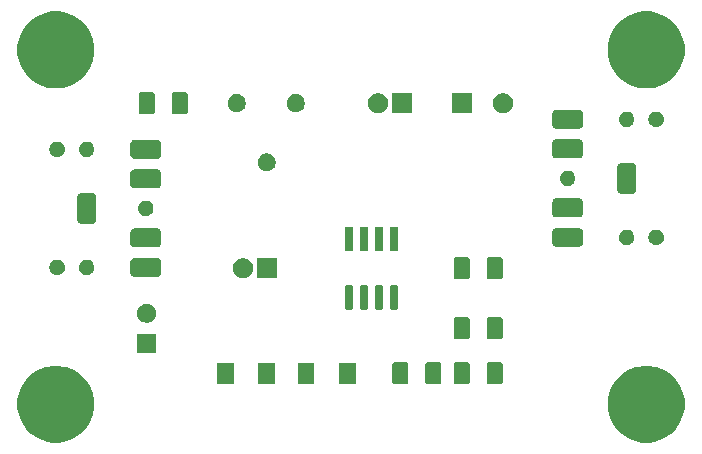
<source format=gbr>
G04 #@! TF.GenerationSoftware,KiCad,Pcbnew,(5.1.5-0-10_14)*
G04 #@! TF.CreationDate,2020-02-11T13:30:23+00:00*
G04 #@! TF.ProjectId,K1889054_A2000_01,4b313838-3930-4353-945f-41323030305f,1.0*
G04 #@! TF.SameCoordinates,Original*
G04 #@! TF.FileFunction,Soldermask,Top*
G04 #@! TF.FilePolarity,Negative*
%FSLAX46Y46*%
G04 Gerber Fmt 4.6, Leading zero omitted, Abs format (unit mm)*
G04 Created by KiCad (PCBNEW (5.1.5-0-10_14)) date 2020-02-11 13:30:23*
%MOMM*%
%LPD*%
G04 APERTURE LIST*
%ADD10C,0.100000*%
G04 APERTURE END LIST*
D10*
G36*
X155634239Y-111811467D02*
G01*
X155948282Y-111873934D01*
X156539926Y-112119001D01*
X157072392Y-112474784D01*
X157525216Y-112927608D01*
X157880999Y-113460074D01*
X158126066Y-114051718D01*
X158251000Y-114679804D01*
X158251000Y-115320196D01*
X158126066Y-115948282D01*
X157880999Y-116539926D01*
X157525216Y-117072392D01*
X157072392Y-117525216D01*
X156539926Y-117880999D01*
X155948282Y-118126066D01*
X155634239Y-118188533D01*
X155320197Y-118251000D01*
X154679803Y-118251000D01*
X154365761Y-118188533D01*
X154051718Y-118126066D01*
X153460074Y-117880999D01*
X152927608Y-117525216D01*
X152474784Y-117072392D01*
X152119001Y-116539926D01*
X151873934Y-115948282D01*
X151749000Y-115320196D01*
X151749000Y-114679804D01*
X151873934Y-114051718D01*
X152119001Y-113460074D01*
X152474784Y-112927608D01*
X152927608Y-112474784D01*
X153460074Y-112119001D01*
X154051718Y-111873934D01*
X154365761Y-111811467D01*
X154679803Y-111749000D01*
X155320197Y-111749000D01*
X155634239Y-111811467D01*
G37*
G36*
X105634239Y-111811467D02*
G01*
X105948282Y-111873934D01*
X106539926Y-112119001D01*
X107072392Y-112474784D01*
X107525216Y-112927608D01*
X107880999Y-113460074D01*
X108126066Y-114051718D01*
X108251000Y-114679804D01*
X108251000Y-115320196D01*
X108126066Y-115948282D01*
X107880999Y-116539926D01*
X107525216Y-117072392D01*
X107072392Y-117525216D01*
X106539926Y-117880999D01*
X105948282Y-118126066D01*
X105634239Y-118188533D01*
X105320197Y-118251000D01*
X104679803Y-118251000D01*
X104365761Y-118188533D01*
X104051718Y-118126066D01*
X103460074Y-117880999D01*
X102927608Y-117525216D01*
X102474784Y-117072392D01*
X102119001Y-116539926D01*
X101873934Y-115948282D01*
X101749000Y-115320196D01*
X101749000Y-114679804D01*
X101873934Y-114051718D01*
X102119001Y-113460074D01*
X102474784Y-112927608D01*
X102927608Y-112474784D01*
X103460074Y-112119001D01*
X104051718Y-111873934D01*
X104365761Y-111811467D01*
X104679803Y-111749000D01*
X105320197Y-111749000D01*
X105634239Y-111811467D01*
G37*
G36*
X137478604Y-111458347D02*
G01*
X137515144Y-111469432D01*
X137548821Y-111487433D01*
X137578341Y-111511659D01*
X137602567Y-111541179D01*
X137620568Y-111574856D01*
X137631653Y-111611396D01*
X137636000Y-111655538D01*
X137636000Y-113104462D01*
X137631653Y-113148604D01*
X137620568Y-113185144D01*
X137602567Y-113218821D01*
X137578341Y-113248341D01*
X137548821Y-113272567D01*
X137515144Y-113290568D01*
X137478604Y-113301653D01*
X137434462Y-113306000D01*
X136485538Y-113306000D01*
X136441396Y-113301653D01*
X136404856Y-113290568D01*
X136371179Y-113272567D01*
X136341659Y-113248341D01*
X136317433Y-113218821D01*
X136299432Y-113185144D01*
X136288347Y-113148604D01*
X136284000Y-113104462D01*
X136284000Y-111655538D01*
X136288347Y-111611396D01*
X136299432Y-111574856D01*
X136317433Y-111541179D01*
X136341659Y-111511659D01*
X136371179Y-111487433D01*
X136404856Y-111469432D01*
X136441396Y-111458347D01*
X136485538Y-111454000D01*
X137434462Y-111454000D01*
X137478604Y-111458347D01*
G37*
G36*
X134678604Y-111458347D02*
G01*
X134715144Y-111469432D01*
X134748821Y-111487433D01*
X134778341Y-111511659D01*
X134802567Y-111541179D01*
X134820568Y-111574856D01*
X134831653Y-111611396D01*
X134836000Y-111655538D01*
X134836000Y-113104462D01*
X134831653Y-113148604D01*
X134820568Y-113185144D01*
X134802567Y-113218821D01*
X134778341Y-113248341D01*
X134748821Y-113272567D01*
X134715144Y-113290568D01*
X134678604Y-113301653D01*
X134634462Y-113306000D01*
X133685538Y-113306000D01*
X133641396Y-113301653D01*
X133604856Y-113290568D01*
X133571179Y-113272567D01*
X133541659Y-113248341D01*
X133517433Y-113218821D01*
X133499432Y-113185144D01*
X133488347Y-113148604D01*
X133484000Y-113104462D01*
X133484000Y-111655538D01*
X133488347Y-111611396D01*
X133499432Y-111574856D01*
X133517433Y-111541179D01*
X133541659Y-111511659D01*
X133571179Y-111487433D01*
X133604856Y-111469432D01*
X133641396Y-111458347D01*
X133685538Y-111454000D01*
X134634462Y-111454000D01*
X134678604Y-111458347D01*
G37*
G36*
X142688604Y-111458347D02*
G01*
X142725144Y-111469432D01*
X142758821Y-111487433D01*
X142788341Y-111511659D01*
X142812567Y-111541179D01*
X142830568Y-111574856D01*
X142841653Y-111611396D01*
X142846000Y-111655538D01*
X142846000Y-113104462D01*
X142841653Y-113148604D01*
X142830568Y-113185144D01*
X142812567Y-113218821D01*
X142788341Y-113248341D01*
X142758821Y-113272567D01*
X142725144Y-113290568D01*
X142688604Y-113301653D01*
X142644462Y-113306000D01*
X141695538Y-113306000D01*
X141651396Y-113301653D01*
X141614856Y-113290568D01*
X141581179Y-113272567D01*
X141551659Y-113248341D01*
X141527433Y-113218821D01*
X141509432Y-113185144D01*
X141498347Y-113148604D01*
X141494000Y-113104462D01*
X141494000Y-111655538D01*
X141498347Y-111611396D01*
X141509432Y-111574856D01*
X141527433Y-111541179D01*
X141551659Y-111511659D01*
X141581179Y-111487433D01*
X141614856Y-111469432D01*
X141651396Y-111458347D01*
X141695538Y-111454000D01*
X142644462Y-111454000D01*
X142688604Y-111458347D01*
G37*
G36*
X139888604Y-111458347D02*
G01*
X139925144Y-111469432D01*
X139958821Y-111487433D01*
X139988341Y-111511659D01*
X140012567Y-111541179D01*
X140030568Y-111574856D01*
X140041653Y-111611396D01*
X140046000Y-111655538D01*
X140046000Y-113104462D01*
X140041653Y-113148604D01*
X140030568Y-113185144D01*
X140012567Y-113218821D01*
X139988341Y-113248341D01*
X139958821Y-113272567D01*
X139925144Y-113290568D01*
X139888604Y-113301653D01*
X139844462Y-113306000D01*
X138895538Y-113306000D01*
X138851396Y-113301653D01*
X138814856Y-113290568D01*
X138781179Y-113272567D01*
X138751659Y-113248341D01*
X138727433Y-113218821D01*
X138709432Y-113185144D01*
X138698347Y-113148604D01*
X138694000Y-113104462D01*
X138694000Y-111655538D01*
X138698347Y-111611396D01*
X138709432Y-111574856D01*
X138727433Y-111541179D01*
X138751659Y-111511659D01*
X138781179Y-111487433D01*
X138814856Y-111469432D01*
X138851396Y-111458347D01*
X138895538Y-111454000D01*
X139844462Y-111454000D01*
X139888604Y-111458347D01*
G37*
G36*
X130391000Y-113281000D02*
G01*
X128989000Y-113281000D01*
X128989000Y-111479000D01*
X130391000Y-111479000D01*
X130391000Y-113281000D01*
G37*
G36*
X126891000Y-113281000D02*
G01*
X125489000Y-113281000D01*
X125489000Y-111479000D01*
X126891000Y-111479000D01*
X126891000Y-113281000D01*
G37*
G36*
X123561000Y-113281000D02*
G01*
X122159000Y-113281000D01*
X122159000Y-111479000D01*
X123561000Y-111479000D01*
X123561000Y-113281000D01*
G37*
G36*
X120061000Y-113281000D02*
G01*
X118659000Y-113281000D01*
X118659000Y-111479000D01*
X120061000Y-111479000D01*
X120061000Y-113281000D01*
G37*
G36*
X113513000Y-110653000D02*
G01*
X111887000Y-110653000D01*
X111887000Y-109027000D01*
X113513000Y-109027000D01*
X113513000Y-110653000D01*
G37*
G36*
X142688604Y-107648347D02*
G01*
X142725144Y-107659432D01*
X142758821Y-107677433D01*
X142788341Y-107701659D01*
X142812567Y-107731179D01*
X142830568Y-107764856D01*
X142841653Y-107801396D01*
X142846000Y-107845538D01*
X142846000Y-109294462D01*
X142841653Y-109338604D01*
X142830568Y-109375144D01*
X142812567Y-109408821D01*
X142788341Y-109438341D01*
X142758821Y-109462567D01*
X142725144Y-109480568D01*
X142688604Y-109491653D01*
X142644462Y-109496000D01*
X141695538Y-109496000D01*
X141651396Y-109491653D01*
X141614856Y-109480568D01*
X141581179Y-109462567D01*
X141551659Y-109438341D01*
X141527433Y-109408821D01*
X141509432Y-109375144D01*
X141498347Y-109338604D01*
X141494000Y-109294462D01*
X141494000Y-107845538D01*
X141498347Y-107801396D01*
X141509432Y-107764856D01*
X141527433Y-107731179D01*
X141551659Y-107701659D01*
X141581179Y-107677433D01*
X141614856Y-107659432D01*
X141651396Y-107648347D01*
X141695538Y-107644000D01*
X142644462Y-107644000D01*
X142688604Y-107648347D01*
G37*
G36*
X139888604Y-107648347D02*
G01*
X139925144Y-107659432D01*
X139958821Y-107677433D01*
X139988341Y-107701659D01*
X140012567Y-107731179D01*
X140030568Y-107764856D01*
X140041653Y-107801396D01*
X140046000Y-107845538D01*
X140046000Y-109294462D01*
X140041653Y-109338604D01*
X140030568Y-109375144D01*
X140012567Y-109408821D01*
X139988341Y-109438341D01*
X139958821Y-109462567D01*
X139925144Y-109480568D01*
X139888604Y-109491653D01*
X139844462Y-109496000D01*
X138895538Y-109496000D01*
X138851396Y-109491653D01*
X138814856Y-109480568D01*
X138781179Y-109462567D01*
X138751659Y-109438341D01*
X138727433Y-109408821D01*
X138709432Y-109375144D01*
X138698347Y-109338604D01*
X138694000Y-109294462D01*
X138694000Y-107845538D01*
X138698347Y-107801396D01*
X138709432Y-107764856D01*
X138727433Y-107731179D01*
X138751659Y-107701659D01*
X138781179Y-107677433D01*
X138814856Y-107659432D01*
X138851396Y-107648347D01*
X138895538Y-107644000D01*
X139844462Y-107644000D01*
X139888604Y-107648347D01*
G37*
G36*
X112937142Y-106518242D02*
G01*
X113085101Y-106579529D01*
X113218255Y-106668499D01*
X113331501Y-106781745D01*
X113420471Y-106914899D01*
X113481758Y-107062858D01*
X113513000Y-107219925D01*
X113513000Y-107380075D01*
X113481758Y-107537142D01*
X113420471Y-107685101D01*
X113331501Y-107818255D01*
X113218255Y-107931501D01*
X113085101Y-108020471D01*
X112937142Y-108081758D01*
X112780075Y-108113000D01*
X112619925Y-108113000D01*
X112462858Y-108081758D01*
X112314899Y-108020471D01*
X112181745Y-107931501D01*
X112068499Y-107818255D01*
X111979529Y-107685101D01*
X111918242Y-107537142D01*
X111887000Y-107380075D01*
X111887000Y-107219925D01*
X111918242Y-107062858D01*
X111979529Y-106914899D01*
X112068499Y-106781745D01*
X112181745Y-106668499D01*
X112314899Y-106579529D01*
X112462858Y-106518242D01*
X112619925Y-106487000D01*
X112780075Y-106487000D01*
X112937142Y-106518242D01*
G37*
G36*
X132644928Y-104941764D02*
G01*
X132666009Y-104948160D01*
X132685445Y-104958548D01*
X132702476Y-104972524D01*
X132716452Y-104989555D01*
X132726840Y-105008991D01*
X132733236Y-105030072D01*
X132736000Y-105058140D01*
X132736000Y-106871860D01*
X132733236Y-106899928D01*
X132726840Y-106921009D01*
X132716452Y-106940445D01*
X132702476Y-106957476D01*
X132685445Y-106971452D01*
X132666009Y-106981840D01*
X132644928Y-106988236D01*
X132616860Y-106991000D01*
X132153140Y-106991000D01*
X132125072Y-106988236D01*
X132103991Y-106981840D01*
X132084555Y-106971452D01*
X132067524Y-106957476D01*
X132053548Y-106940445D01*
X132043160Y-106921009D01*
X132036764Y-106899928D01*
X132034000Y-106871860D01*
X132034000Y-105058140D01*
X132036764Y-105030072D01*
X132043160Y-105008991D01*
X132053548Y-104989555D01*
X132067524Y-104972524D01*
X132084555Y-104958548D01*
X132103991Y-104948160D01*
X132125072Y-104941764D01*
X132153140Y-104939000D01*
X132616860Y-104939000D01*
X132644928Y-104941764D01*
G37*
G36*
X130104928Y-104941764D02*
G01*
X130126009Y-104948160D01*
X130145445Y-104958548D01*
X130162476Y-104972524D01*
X130176452Y-104989555D01*
X130186840Y-105008991D01*
X130193236Y-105030072D01*
X130196000Y-105058140D01*
X130196000Y-106871860D01*
X130193236Y-106899928D01*
X130186840Y-106921009D01*
X130176452Y-106940445D01*
X130162476Y-106957476D01*
X130145445Y-106971452D01*
X130126009Y-106981840D01*
X130104928Y-106988236D01*
X130076860Y-106991000D01*
X129613140Y-106991000D01*
X129585072Y-106988236D01*
X129563991Y-106981840D01*
X129544555Y-106971452D01*
X129527524Y-106957476D01*
X129513548Y-106940445D01*
X129503160Y-106921009D01*
X129496764Y-106899928D01*
X129494000Y-106871860D01*
X129494000Y-105058140D01*
X129496764Y-105030072D01*
X129503160Y-105008991D01*
X129513548Y-104989555D01*
X129527524Y-104972524D01*
X129544555Y-104958548D01*
X129563991Y-104948160D01*
X129585072Y-104941764D01*
X129613140Y-104939000D01*
X130076860Y-104939000D01*
X130104928Y-104941764D01*
G37*
G36*
X133914928Y-104941764D02*
G01*
X133936009Y-104948160D01*
X133955445Y-104958548D01*
X133972476Y-104972524D01*
X133986452Y-104989555D01*
X133996840Y-105008991D01*
X134003236Y-105030072D01*
X134006000Y-105058140D01*
X134006000Y-106871860D01*
X134003236Y-106899928D01*
X133996840Y-106921009D01*
X133986452Y-106940445D01*
X133972476Y-106957476D01*
X133955445Y-106971452D01*
X133936009Y-106981840D01*
X133914928Y-106988236D01*
X133886860Y-106991000D01*
X133423140Y-106991000D01*
X133395072Y-106988236D01*
X133373991Y-106981840D01*
X133354555Y-106971452D01*
X133337524Y-106957476D01*
X133323548Y-106940445D01*
X133313160Y-106921009D01*
X133306764Y-106899928D01*
X133304000Y-106871860D01*
X133304000Y-105058140D01*
X133306764Y-105030072D01*
X133313160Y-105008991D01*
X133323548Y-104989555D01*
X133337524Y-104972524D01*
X133354555Y-104958548D01*
X133373991Y-104948160D01*
X133395072Y-104941764D01*
X133423140Y-104939000D01*
X133886860Y-104939000D01*
X133914928Y-104941764D01*
G37*
G36*
X131374928Y-104941764D02*
G01*
X131396009Y-104948160D01*
X131415445Y-104958548D01*
X131432476Y-104972524D01*
X131446452Y-104989555D01*
X131456840Y-105008991D01*
X131463236Y-105030072D01*
X131466000Y-105058140D01*
X131466000Y-106871860D01*
X131463236Y-106899928D01*
X131456840Y-106921009D01*
X131446452Y-106940445D01*
X131432476Y-106957476D01*
X131415445Y-106971452D01*
X131396009Y-106981840D01*
X131374928Y-106988236D01*
X131346860Y-106991000D01*
X130883140Y-106991000D01*
X130855072Y-106988236D01*
X130833991Y-106981840D01*
X130814555Y-106971452D01*
X130797524Y-106957476D01*
X130783548Y-106940445D01*
X130773160Y-106921009D01*
X130766764Y-106899928D01*
X130764000Y-106871860D01*
X130764000Y-105058140D01*
X130766764Y-105030072D01*
X130773160Y-105008991D01*
X130783548Y-104989555D01*
X130797524Y-104972524D01*
X130814555Y-104958548D01*
X130833991Y-104948160D01*
X130855072Y-104941764D01*
X130883140Y-104939000D01*
X131346860Y-104939000D01*
X131374928Y-104941764D01*
G37*
G36*
X142688604Y-102568347D02*
G01*
X142725144Y-102579432D01*
X142758821Y-102597433D01*
X142788341Y-102621659D01*
X142812567Y-102651179D01*
X142830568Y-102684856D01*
X142841653Y-102721396D01*
X142846000Y-102765538D01*
X142846000Y-104214462D01*
X142841653Y-104258604D01*
X142830568Y-104295144D01*
X142812567Y-104328821D01*
X142788341Y-104358341D01*
X142758821Y-104382567D01*
X142725144Y-104400568D01*
X142688604Y-104411653D01*
X142644462Y-104416000D01*
X141695538Y-104416000D01*
X141651396Y-104411653D01*
X141614856Y-104400568D01*
X141581179Y-104382567D01*
X141551659Y-104358341D01*
X141527433Y-104328821D01*
X141509432Y-104295144D01*
X141498347Y-104258604D01*
X141494000Y-104214462D01*
X141494000Y-102765538D01*
X141498347Y-102721396D01*
X141509432Y-102684856D01*
X141527433Y-102651179D01*
X141551659Y-102621659D01*
X141581179Y-102597433D01*
X141614856Y-102579432D01*
X141651396Y-102568347D01*
X141695538Y-102564000D01*
X142644462Y-102564000D01*
X142688604Y-102568347D01*
G37*
G36*
X139888604Y-102568347D02*
G01*
X139925144Y-102579432D01*
X139958821Y-102597433D01*
X139988341Y-102621659D01*
X140012567Y-102651179D01*
X140030568Y-102684856D01*
X140041653Y-102721396D01*
X140046000Y-102765538D01*
X140046000Y-104214462D01*
X140041653Y-104258604D01*
X140030568Y-104295144D01*
X140012567Y-104328821D01*
X139988341Y-104358341D01*
X139958821Y-104382567D01*
X139925144Y-104400568D01*
X139888604Y-104411653D01*
X139844462Y-104416000D01*
X138895538Y-104416000D01*
X138851396Y-104411653D01*
X138814856Y-104400568D01*
X138781179Y-104382567D01*
X138751659Y-104358341D01*
X138727433Y-104328821D01*
X138709432Y-104295144D01*
X138698347Y-104258604D01*
X138694000Y-104214462D01*
X138694000Y-102765538D01*
X138698347Y-102721396D01*
X138709432Y-102684856D01*
X138727433Y-102651179D01*
X138751659Y-102621659D01*
X138781179Y-102597433D01*
X138814856Y-102579432D01*
X138851396Y-102568347D01*
X138895538Y-102564000D01*
X139844462Y-102564000D01*
X139888604Y-102568347D01*
G37*
G36*
X123711000Y-104341000D02*
G01*
X122009000Y-104341000D01*
X122009000Y-102639000D01*
X123711000Y-102639000D01*
X123711000Y-104341000D01*
G37*
G36*
X121108228Y-102671703D02*
G01*
X121263100Y-102735853D01*
X121402481Y-102828985D01*
X121521015Y-102947519D01*
X121614147Y-103086900D01*
X121678297Y-103241772D01*
X121711000Y-103406184D01*
X121711000Y-103573816D01*
X121678297Y-103738228D01*
X121614147Y-103893100D01*
X121521015Y-104032481D01*
X121402481Y-104151015D01*
X121263100Y-104244147D01*
X121108228Y-104308297D01*
X120943816Y-104341000D01*
X120776184Y-104341000D01*
X120611772Y-104308297D01*
X120456900Y-104244147D01*
X120317519Y-104151015D01*
X120198985Y-104032481D01*
X120105853Y-103893100D01*
X120041703Y-103738228D01*
X120009000Y-103573816D01*
X120009000Y-103406184D01*
X120041703Y-103241772D01*
X120105853Y-103086900D01*
X120198985Y-102947519D01*
X120317519Y-102828985D01*
X120456900Y-102735853D01*
X120611772Y-102671703D01*
X120776184Y-102639000D01*
X120943816Y-102639000D01*
X121108228Y-102671703D01*
G37*
G36*
X113648823Y-102616087D02*
G01*
X113712111Y-102635286D01*
X113770449Y-102666468D01*
X113821575Y-102708425D01*
X113863532Y-102759551D01*
X113894714Y-102817889D01*
X113913913Y-102881177D01*
X113921000Y-102953138D01*
X113921000Y-103866862D01*
X113913913Y-103938823D01*
X113894714Y-104002111D01*
X113863532Y-104060449D01*
X113821575Y-104111575D01*
X113770449Y-104153532D01*
X113712111Y-104184714D01*
X113648823Y-104203913D01*
X113576862Y-104211000D01*
X111663138Y-104211000D01*
X111591177Y-104203913D01*
X111527889Y-104184714D01*
X111469551Y-104153532D01*
X111418425Y-104111575D01*
X111376468Y-104060449D01*
X111345286Y-104002111D01*
X111326087Y-103938823D01*
X111319000Y-103866862D01*
X111319000Y-102953138D01*
X111326087Y-102881177D01*
X111345286Y-102817889D01*
X111376468Y-102759551D01*
X111418425Y-102708425D01*
X111469551Y-102666468D01*
X111527889Y-102635286D01*
X111591177Y-102616087D01*
X111663138Y-102609000D01*
X113576862Y-102609000D01*
X113648823Y-102616087D01*
G37*
G36*
X107809890Y-102784017D02*
G01*
X107918452Y-102828985D01*
X107928364Y-102833091D01*
X108034988Y-102904335D01*
X108125665Y-102995012D01*
X108196909Y-103101636D01*
X108245983Y-103220110D01*
X108271000Y-103345882D01*
X108271000Y-103474118D01*
X108245983Y-103599890D01*
X108196909Y-103718364D01*
X108125665Y-103824988D01*
X108034988Y-103915665D01*
X107928364Y-103986909D01*
X107928363Y-103986910D01*
X107928362Y-103986910D01*
X107809890Y-104035983D01*
X107684119Y-104061000D01*
X107555881Y-104061000D01*
X107430110Y-104035983D01*
X107311638Y-103986910D01*
X107311637Y-103986910D01*
X107311636Y-103986909D01*
X107205012Y-103915665D01*
X107114335Y-103824988D01*
X107043091Y-103718364D01*
X106994017Y-103599890D01*
X106969000Y-103474118D01*
X106969000Y-103345882D01*
X106994017Y-103220110D01*
X107043091Y-103101636D01*
X107114335Y-102995012D01*
X107205012Y-102904335D01*
X107311636Y-102833091D01*
X107321549Y-102828985D01*
X107430110Y-102784017D01*
X107555881Y-102759000D01*
X107684119Y-102759000D01*
X107809890Y-102784017D01*
G37*
G36*
X105309890Y-102784017D02*
G01*
X105418452Y-102828985D01*
X105428364Y-102833091D01*
X105534988Y-102904335D01*
X105625665Y-102995012D01*
X105696909Y-103101636D01*
X105745983Y-103220110D01*
X105771000Y-103345882D01*
X105771000Y-103474118D01*
X105745983Y-103599890D01*
X105696909Y-103718364D01*
X105625665Y-103824988D01*
X105534988Y-103915665D01*
X105428364Y-103986909D01*
X105428363Y-103986910D01*
X105428362Y-103986910D01*
X105309890Y-104035983D01*
X105184119Y-104061000D01*
X105055881Y-104061000D01*
X104930110Y-104035983D01*
X104811638Y-103986910D01*
X104811637Y-103986910D01*
X104811636Y-103986909D01*
X104705012Y-103915665D01*
X104614335Y-103824988D01*
X104543091Y-103718364D01*
X104494017Y-103599890D01*
X104469000Y-103474118D01*
X104469000Y-103345882D01*
X104494017Y-103220110D01*
X104543091Y-103101636D01*
X104614335Y-102995012D01*
X104705012Y-102904335D01*
X104811636Y-102833091D01*
X104821549Y-102828985D01*
X104930110Y-102784017D01*
X105055881Y-102759000D01*
X105184119Y-102759000D01*
X105309890Y-102784017D01*
G37*
G36*
X133914928Y-99991764D02*
G01*
X133936009Y-99998160D01*
X133955445Y-100008548D01*
X133972476Y-100022524D01*
X133986452Y-100039555D01*
X133996840Y-100058991D01*
X134003236Y-100080072D01*
X134006000Y-100108140D01*
X134006000Y-101921860D01*
X134003236Y-101949928D01*
X133996840Y-101971009D01*
X133986452Y-101990445D01*
X133972476Y-102007476D01*
X133955445Y-102021452D01*
X133936009Y-102031840D01*
X133914928Y-102038236D01*
X133886860Y-102041000D01*
X133423140Y-102041000D01*
X133395072Y-102038236D01*
X133373991Y-102031840D01*
X133354555Y-102021452D01*
X133337524Y-102007476D01*
X133323548Y-101990445D01*
X133313160Y-101971009D01*
X133306764Y-101949928D01*
X133304000Y-101921860D01*
X133304000Y-100108140D01*
X133306764Y-100080072D01*
X133313160Y-100058991D01*
X133323548Y-100039555D01*
X133337524Y-100022524D01*
X133354555Y-100008548D01*
X133373991Y-99998160D01*
X133395072Y-99991764D01*
X133423140Y-99989000D01*
X133886860Y-99989000D01*
X133914928Y-99991764D01*
G37*
G36*
X132644928Y-99991764D02*
G01*
X132666009Y-99998160D01*
X132685445Y-100008548D01*
X132702476Y-100022524D01*
X132716452Y-100039555D01*
X132726840Y-100058991D01*
X132733236Y-100080072D01*
X132736000Y-100108140D01*
X132736000Y-101921860D01*
X132733236Y-101949928D01*
X132726840Y-101971009D01*
X132716452Y-101990445D01*
X132702476Y-102007476D01*
X132685445Y-102021452D01*
X132666009Y-102031840D01*
X132644928Y-102038236D01*
X132616860Y-102041000D01*
X132153140Y-102041000D01*
X132125072Y-102038236D01*
X132103991Y-102031840D01*
X132084555Y-102021452D01*
X132067524Y-102007476D01*
X132053548Y-101990445D01*
X132043160Y-101971009D01*
X132036764Y-101949928D01*
X132034000Y-101921860D01*
X132034000Y-100108140D01*
X132036764Y-100080072D01*
X132043160Y-100058991D01*
X132053548Y-100039555D01*
X132067524Y-100022524D01*
X132084555Y-100008548D01*
X132103991Y-99998160D01*
X132125072Y-99991764D01*
X132153140Y-99989000D01*
X132616860Y-99989000D01*
X132644928Y-99991764D01*
G37*
G36*
X130104928Y-99991764D02*
G01*
X130126009Y-99998160D01*
X130145445Y-100008548D01*
X130162476Y-100022524D01*
X130176452Y-100039555D01*
X130186840Y-100058991D01*
X130193236Y-100080072D01*
X130196000Y-100108140D01*
X130196000Y-101921860D01*
X130193236Y-101949928D01*
X130186840Y-101971009D01*
X130176452Y-101990445D01*
X130162476Y-102007476D01*
X130145445Y-102021452D01*
X130126009Y-102031840D01*
X130104928Y-102038236D01*
X130076860Y-102041000D01*
X129613140Y-102041000D01*
X129585072Y-102038236D01*
X129563991Y-102031840D01*
X129544555Y-102021452D01*
X129527524Y-102007476D01*
X129513548Y-101990445D01*
X129503160Y-101971009D01*
X129496764Y-101949928D01*
X129494000Y-101921860D01*
X129494000Y-100108140D01*
X129496764Y-100080072D01*
X129503160Y-100058991D01*
X129513548Y-100039555D01*
X129527524Y-100022524D01*
X129544555Y-100008548D01*
X129563991Y-99998160D01*
X129585072Y-99991764D01*
X129613140Y-99989000D01*
X130076860Y-99989000D01*
X130104928Y-99991764D01*
G37*
G36*
X131374928Y-99991764D02*
G01*
X131396009Y-99998160D01*
X131415445Y-100008548D01*
X131432476Y-100022524D01*
X131446452Y-100039555D01*
X131456840Y-100058991D01*
X131463236Y-100080072D01*
X131466000Y-100108140D01*
X131466000Y-101921860D01*
X131463236Y-101949928D01*
X131456840Y-101971009D01*
X131446452Y-101990445D01*
X131432476Y-102007476D01*
X131415445Y-102021452D01*
X131396009Y-102031840D01*
X131374928Y-102038236D01*
X131346860Y-102041000D01*
X130883140Y-102041000D01*
X130855072Y-102038236D01*
X130833991Y-102031840D01*
X130814555Y-102021452D01*
X130797524Y-102007476D01*
X130783548Y-101990445D01*
X130773160Y-101971009D01*
X130766764Y-101949928D01*
X130764000Y-101921860D01*
X130764000Y-100108140D01*
X130766764Y-100080072D01*
X130773160Y-100058991D01*
X130783548Y-100039555D01*
X130797524Y-100022524D01*
X130814555Y-100008548D01*
X130833991Y-99998160D01*
X130855072Y-99991764D01*
X130883140Y-99989000D01*
X131346860Y-99989000D01*
X131374928Y-99991764D01*
G37*
G36*
X113648823Y-100116087D02*
G01*
X113712111Y-100135286D01*
X113770449Y-100166468D01*
X113821575Y-100208425D01*
X113863532Y-100259551D01*
X113894714Y-100317889D01*
X113913913Y-100381177D01*
X113921000Y-100453138D01*
X113921000Y-101366862D01*
X113913913Y-101438823D01*
X113894714Y-101502111D01*
X113863532Y-101560449D01*
X113821575Y-101611575D01*
X113770449Y-101653532D01*
X113712111Y-101684714D01*
X113648823Y-101703913D01*
X113576862Y-101711000D01*
X111663138Y-101711000D01*
X111591177Y-101703913D01*
X111527889Y-101684714D01*
X111469551Y-101653532D01*
X111418425Y-101611575D01*
X111376468Y-101560449D01*
X111345286Y-101502111D01*
X111326087Y-101438823D01*
X111319000Y-101366862D01*
X111319000Y-100453138D01*
X111326087Y-100381177D01*
X111345286Y-100317889D01*
X111376468Y-100259551D01*
X111418425Y-100208425D01*
X111469551Y-100166468D01*
X111527889Y-100135286D01*
X111591177Y-100116087D01*
X111663138Y-100109000D01*
X113576862Y-100109000D01*
X113648823Y-100116087D01*
G37*
G36*
X149368823Y-100076087D02*
G01*
X149432111Y-100095286D01*
X149490449Y-100126468D01*
X149541575Y-100168425D01*
X149583532Y-100219551D01*
X149614714Y-100277889D01*
X149633913Y-100341177D01*
X149641000Y-100413138D01*
X149641000Y-101326862D01*
X149633913Y-101398823D01*
X149614714Y-101462111D01*
X149583532Y-101520449D01*
X149541575Y-101571575D01*
X149490449Y-101613532D01*
X149432111Y-101644714D01*
X149368823Y-101663913D01*
X149296862Y-101671000D01*
X147383138Y-101671000D01*
X147311177Y-101663913D01*
X147247889Y-101644714D01*
X147189551Y-101613532D01*
X147138425Y-101571575D01*
X147096468Y-101520449D01*
X147065286Y-101462111D01*
X147046087Y-101398823D01*
X147039000Y-101326862D01*
X147039000Y-100413138D01*
X147046087Y-100341177D01*
X147065286Y-100277889D01*
X147096468Y-100219551D01*
X147138425Y-100168425D01*
X147189551Y-100126468D01*
X147247889Y-100095286D01*
X147311177Y-100076087D01*
X147383138Y-100069000D01*
X149296862Y-100069000D01*
X149368823Y-100076087D01*
G37*
G36*
X153529890Y-100244017D02*
G01*
X153611664Y-100277889D01*
X153648364Y-100293091D01*
X153754988Y-100364335D01*
X153845665Y-100455012D01*
X153916909Y-100561636D01*
X153965983Y-100680110D01*
X153991000Y-100805882D01*
X153991000Y-100934118D01*
X153965983Y-101059890D01*
X153916909Y-101178364D01*
X153845665Y-101284988D01*
X153754988Y-101375665D01*
X153648364Y-101446909D01*
X153648363Y-101446910D01*
X153648362Y-101446910D01*
X153529890Y-101495983D01*
X153404119Y-101521000D01*
X153275881Y-101521000D01*
X153150110Y-101495983D01*
X153031638Y-101446910D01*
X153031637Y-101446910D01*
X153031636Y-101446909D01*
X152925012Y-101375665D01*
X152834335Y-101284988D01*
X152763091Y-101178364D01*
X152714017Y-101059890D01*
X152689000Y-100934118D01*
X152689000Y-100805882D01*
X152714017Y-100680110D01*
X152763091Y-100561636D01*
X152834335Y-100455012D01*
X152925012Y-100364335D01*
X153031636Y-100293091D01*
X153068337Y-100277889D01*
X153150110Y-100244017D01*
X153275881Y-100219000D01*
X153404119Y-100219000D01*
X153529890Y-100244017D01*
G37*
G36*
X156029890Y-100244017D02*
G01*
X156111664Y-100277889D01*
X156148364Y-100293091D01*
X156254988Y-100364335D01*
X156345665Y-100455012D01*
X156416909Y-100561636D01*
X156465983Y-100680110D01*
X156491000Y-100805882D01*
X156491000Y-100934118D01*
X156465983Y-101059890D01*
X156416909Y-101178364D01*
X156345665Y-101284988D01*
X156254988Y-101375665D01*
X156148364Y-101446909D01*
X156148363Y-101446910D01*
X156148362Y-101446910D01*
X156029890Y-101495983D01*
X155904119Y-101521000D01*
X155775881Y-101521000D01*
X155650110Y-101495983D01*
X155531638Y-101446910D01*
X155531637Y-101446910D01*
X155531636Y-101446909D01*
X155425012Y-101375665D01*
X155334335Y-101284988D01*
X155263091Y-101178364D01*
X155214017Y-101059890D01*
X155189000Y-100934118D01*
X155189000Y-100805882D01*
X155214017Y-100680110D01*
X155263091Y-100561636D01*
X155334335Y-100455012D01*
X155425012Y-100364335D01*
X155531636Y-100293091D01*
X155568337Y-100277889D01*
X155650110Y-100244017D01*
X155775881Y-100219000D01*
X155904119Y-100219000D01*
X156029890Y-100244017D01*
G37*
G36*
X108148823Y-97116087D02*
G01*
X108212111Y-97135286D01*
X108270449Y-97166468D01*
X108321575Y-97208425D01*
X108363532Y-97259551D01*
X108394714Y-97317889D01*
X108413913Y-97381177D01*
X108421000Y-97453138D01*
X108421000Y-99366862D01*
X108413913Y-99438823D01*
X108394714Y-99502111D01*
X108363532Y-99560449D01*
X108321575Y-99611575D01*
X108270449Y-99653532D01*
X108212111Y-99684714D01*
X108148823Y-99703913D01*
X108076862Y-99711000D01*
X107163138Y-99711000D01*
X107091177Y-99703913D01*
X107027889Y-99684714D01*
X106969551Y-99653532D01*
X106918425Y-99611575D01*
X106876468Y-99560449D01*
X106845286Y-99502111D01*
X106826087Y-99438823D01*
X106819000Y-99366862D01*
X106819000Y-97453138D01*
X106826087Y-97381177D01*
X106845286Y-97317889D01*
X106876468Y-97259551D01*
X106918425Y-97208425D01*
X106969551Y-97166468D01*
X107027889Y-97135286D01*
X107091177Y-97116087D01*
X107163138Y-97109000D01*
X108076862Y-97109000D01*
X108148823Y-97116087D01*
G37*
G36*
X149368823Y-97576087D02*
G01*
X149432111Y-97595286D01*
X149490449Y-97626468D01*
X149541575Y-97668425D01*
X149583532Y-97719551D01*
X149614714Y-97777889D01*
X149633913Y-97841177D01*
X149641000Y-97913138D01*
X149641000Y-98826862D01*
X149633913Y-98898823D01*
X149614714Y-98962111D01*
X149583532Y-99020449D01*
X149541575Y-99071575D01*
X149490449Y-99113532D01*
X149432111Y-99144714D01*
X149368823Y-99163913D01*
X149296862Y-99171000D01*
X147383138Y-99171000D01*
X147311177Y-99163913D01*
X147247889Y-99144714D01*
X147189551Y-99113532D01*
X147138425Y-99071575D01*
X147096468Y-99020449D01*
X147065286Y-98962111D01*
X147046087Y-98898823D01*
X147039000Y-98826862D01*
X147039000Y-97913138D01*
X147046087Y-97841177D01*
X147065286Y-97777889D01*
X147096468Y-97719551D01*
X147138425Y-97668425D01*
X147189551Y-97626468D01*
X147247889Y-97595286D01*
X147311177Y-97576087D01*
X147383138Y-97569000D01*
X149296862Y-97569000D01*
X149368823Y-97576087D01*
G37*
G36*
X112809890Y-97784017D02*
G01*
X112887671Y-97816235D01*
X112928364Y-97833091D01*
X113034988Y-97904335D01*
X113125665Y-97995012D01*
X113196909Y-98101636D01*
X113245983Y-98220110D01*
X113271000Y-98345882D01*
X113271000Y-98474118D01*
X113245983Y-98599890D01*
X113196909Y-98718364D01*
X113125665Y-98824988D01*
X113034988Y-98915665D01*
X112928364Y-98986909D01*
X112928363Y-98986910D01*
X112928362Y-98986910D01*
X112809890Y-99035983D01*
X112684119Y-99061000D01*
X112555881Y-99061000D01*
X112430110Y-99035983D01*
X112311638Y-98986910D01*
X112311637Y-98986910D01*
X112311636Y-98986909D01*
X112205012Y-98915665D01*
X112114335Y-98824988D01*
X112043091Y-98718364D01*
X111994017Y-98599890D01*
X111969000Y-98474118D01*
X111969000Y-98345882D01*
X111994017Y-98220110D01*
X112043091Y-98101636D01*
X112114335Y-97995012D01*
X112205012Y-97904335D01*
X112311636Y-97833091D01*
X112352330Y-97816235D01*
X112430110Y-97784017D01*
X112555881Y-97759000D01*
X112684119Y-97759000D01*
X112809890Y-97784017D01*
G37*
G36*
X153868823Y-94576087D02*
G01*
X153932111Y-94595286D01*
X153990449Y-94626468D01*
X154041575Y-94668425D01*
X154083532Y-94719551D01*
X154114714Y-94777889D01*
X154133913Y-94841177D01*
X154141000Y-94913138D01*
X154141000Y-96826862D01*
X154133913Y-96898823D01*
X154114714Y-96962111D01*
X154083532Y-97020449D01*
X154041575Y-97071575D01*
X153990449Y-97113532D01*
X153932111Y-97144714D01*
X153868823Y-97163913D01*
X153796862Y-97171000D01*
X152883138Y-97171000D01*
X152811177Y-97163913D01*
X152747889Y-97144714D01*
X152689551Y-97113532D01*
X152638425Y-97071575D01*
X152596468Y-97020449D01*
X152565286Y-96962111D01*
X152546087Y-96898823D01*
X152539000Y-96826862D01*
X152539000Y-94913138D01*
X152546087Y-94841177D01*
X152565286Y-94777889D01*
X152596468Y-94719551D01*
X152638425Y-94668425D01*
X152689551Y-94626468D01*
X152747889Y-94595286D01*
X152811177Y-94576087D01*
X152883138Y-94569000D01*
X153796862Y-94569000D01*
X153868823Y-94576087D01*
G37*
G36*
X113648823Y-95116087D02*
G01*
X113712111Y-95135286D01*
X113770449Y-95166468D01*
X113821575Y-95208425D01*
X113863532Y-95259551D01*
X113894714Y-95317889D01*
X113913913Y-95381177D01*
X113921000Y-95453138D01*
X113921000Y-96366862D01*
X113913913Y-96438823D01*
X113894714Y-96502111D01*
X113863532Y-96560449D01*
X113821575Y-96611575D01*
X113770449Y-96653532D01*
X113712111Y-96684714D01*
X113648823Y-96703913D01*
X113576862Y-96711000D01*
X111663138Y-96711000D01*
X111591177Y-96703913D01*
X111527889Y-96684714D01*
X111469551Y-96653532D01*
X111418425Y-96611575D01*
X111376468Y-96560449D01*
X111345286Y-96502111D01*
X111326087Y-96438823D01*
X111319000Y-96366862D01*
X111319000Y-95453138D01*
X111326087Y-95381177D01*
X111345286Y-95317889D01*
X111376468Y-95259551D01*
X111418425Y-95208425D01*
X111469551Y-95166468D01*
X111527889Y-95135286D01*
X111591177Y-95116087D01*
X111663138Y-95109000D01*
X113576862Y-95109000D01*
X113648823Y-95116087D01*
G37*
G36*
X148440839Y-95226304D02*
G01*
X148529890Y-95244017D01*
X148648364Y-95293091D01*
X148754988Y-95364335D01*
X148845665Y-95455012D01*
X148916909Y-95561636D01*
X148965983Y-95680110D01*
X148991000Y-95805882D01*
X148991000Y-95934118D01*
X148965983Y-96059890D01*
X148916909Y-96178364D01*
X148845665Y-96284988D01*
X148754988Y-96375665D01*
X148648364Y-96446909D01*
X148648363Y-96446910D01*
X148648362Y-96446910D01*
X148529890Y-96495983D01*
X148404119Y-96521000D01*
X148275881Y-96521000D01*
X148150110Y-96495983D01*
X148031638Y-96446910D01*
X148031637Y-96446910D01*
X148031636Y-96446909D01*
X147925012Y-96375665D01*
X147834335Y-96284988D01*
X147763091Y-96178364D01*
X147714017Y-96059890D01*
X147689000Y-95934118D01*
X147689000Y-95805882D01*
X147714017Y-95680110D01*
X147763091Y-95561636D01*
X147834335Y-95455012D01*
X147925012Y-95364335D01*
X148031636Y-95293091D01*
X148150110Y-95244017D01*
X148239161Y-95226304D01*
X148275881Y-95219000D01*
X148404119Y-95219000D01*
X148440839Y-95226304D01*
G37*
G36*
X122985589Y-93758876D02*
G01*
X123084893Y-93778629D01*
X123225206Y-93836748D01*
X123351484Y-93921125D01*
X123458875Y-94028516D01*
X123543252Y-94154794D01*
X123601371Y-94295107D01*
X123631000Y-94444063D01*
X123631000Y-94595937D01*
X123601371Y-94744893D01*
X123543252Y-94885206D01*
X123458875Y-95011484D01*
X123351484Y-95118875D01*
X123225206Y-95203252D01*
X123084893Y-95261371D01*
X122985589Y-95281124D01*
X122935938Y-95291000D01*
X122784062Y-95291000D01*
X122734411Y-95281124D01*
X122635107Y-95261371D01*
X122494794Y-95203252D01*
X122368516Y-95118875D01*
X122261125Y-95011484D01*
X122176748Y-94885206D01*
X122118629Y-94744893D01*
X122089000Y-94595937D01*
X122089000Y-94444063D01*
X122118629Y-94295107D01*
X122176748Y-94154794D01*
X122261125Y-94028516D01*
X122368516Y-93921125D01*
X122494794Y-93836748D01*
X122635107Y-93778629D01*
X122734411Y-93758876D01*
X122784062Y-93749000D01*
X122935938Y-93749000D01*
X122985589Y-93758876D01*
G37*
G36*
X113648823Y-92616087D02*
G01*
X113712111Y-92635286D01*
X113770449Y-92666468D01*
X113821575Y-92708425D01*
X113863532Y-92759551D01*
X113894714Y-92817889D01*
X113913913Y-92881177D01*
X113921000Y-92953138D01*
X113921000Y-93866862D01*
X113913913Y-93938823D01*
X113894714Y-94002111D01*
X113863532Y-94060449D01*
X113821575Y-94111575D01*
X113770449Y-94153532D01*
X113712111Y-94184714D01*
X113648823Y-94203913D01*
X113576862Y-94211000D01*
X111663138Y-94211000D01*
X111591177Y-94203913D01*
X111527889Y-94184714D01*
X111469551Y-94153532D01*
X111418425Y-94111575D01*
X111376468Y-94060449D01*
X111345286Y-94002111D01*
X111326087Y-93938823D01*
X111319000Y-93866862D01*
X111319000Y-92953138D01*
X111326087Y-92881177D01*
X111345286Y-92817889D01*
X111376468Y-92759551D01*
X111418425Y-92708425D01*
X111469551Y-92666468D01*
X111527889Y-92635286D01*
X111591177Y-92616087D01*
X111663138Y-92609000D01*
X113576862Y-92609000D01*
X113648823Y-92616087D01*
G37*
G36*
X149368823Y-92576087D02*
G01*
X149432111Y-92595286D01*
X149490449Y-92626468D01*
X149541575Y-92668425D01*
X149583532Y-92719551D01*
X149614714Y-92777889D01*
X149633913Y-92841177D01*
X149641000Y-92913138D01*
X149641000Y-93826862D01*
X149633913Y-93898823D01*
X149614714Y-93962111D01*
X149583532Y-94020449D01*
X149541575Y-94071575D01*
X149490449Y-94113532D01*
X149432111Y-94144714D01*
X149368823Y-94163913D01*
X149296862Y-94171000D01*
X147383138Y-94171000D01*
X147311177Y-94163913D01*
X147247889Y-94144714D01*
X147189551Y-94113532D01*
X147138425Y-94071575D01*
X147096468Y-94020449D01*
X147065286Y-93962111D01*
X147046087Y-93898823D01*
X147039000Y-93826862D01*
X147039000Y-92913138D01*
X147046087Y-92841177D01*
X147065286Y-92777889D01*
X147096468Y-92719551D01*
X147138425Y-92668425D01*
X147189551Y-92626468D01*
X147247889Y-92595286D01*
X147311177Y-92576087D01*
X147383138Y-92569000D01*
X149296862Y-92569000D01*
X149368823Y-92576087D01*
G37*
G36*
X107809890Y-92784017D02*
G01*
X107891664Y-92817889D01*
X107928364Y-92833091D01*
X108034988Y-92904335D01*
X108125665Y-92995012D01*
X108196909Y-93101636D01*
X108245983Y-93220110D01*
X108271000Y-93345882D01*
X108271000Y-93474118D01*
X108245983Y-93599890D01*
X108196909Y-93718364D01*
X108125665Y-93824988D01*
X108034988Y-93915665D01*
X107928364Y-93986909D01*
X107928363Y-93986910D01*
X107928362Y-93986910D01*
X107809890Y-94035983D01*
X107684119Y-94061000D01*
X107555881Y-94061000D01*
X107430110Y-94035983D01*
X107311638Y-93986910D01*
X107311637Y-93986910D01*
X107311636Y-93986909D01*
X107205012Y-93915665D01*
X107114335Y-93824988D01*
X107043091Y-93718364D01*
X106994017Y-93599890D01*
X106969000Y-93474118D01*
X106969000Y-93345882D01*
X106994017Y-93220110D01*
X107043091Y-93101636D01*
X107114335Y-92995012D01*
X107205012Y-92904335D01*
X107311636Y-92833091D01*
X107348337Y-92817889D01*
X107430110Y-92784017D01*
X107555881Y-92759000D01*
X107684119Y-92759000D01*
X107809890Y-92784017D01*
G37*
G36*
X105309890Y-92784017D02*
G01*
X105391664Y-92817889D01*
X105428364Y-92833091D01*
X105534988Y-92904335D01*
X105625665Y-92995012D01*
X105696909Y-93101636D01*
X105745983Y-93220110D01*
X105771000Y-93345882D01*
X105771000Y-93474118D01*
X105745983Y-93599890D01*
X105696909Y-93718364D01*
X105625665Y-93824988D01*
X105534988Y-93915665D01*
X105428364Y-93986909D01*
X105428363Y-93986910D01*
X105428362Y-93986910D01*
X105309890Y-94035983D01*
X105184119Y-94061000D01*
X105055881Y-94061000D01*
X104930110Y-94035983D01*
X104811638Y-93986910D01*
X104811637Y-93986910D01*
X104811636Y-93986909D01*
X104705012Y-93915665D01*
X104614335Y-93824988D01*
X104543091Y-93718364D01*
X104494017Y-93599890D01*
X104469000Y-93474118D01*
X104469000Y-93345882D01*
X104494017Y-93220110D01*
X104543091Y-93101636D01*
X104614335Y-92995012D01*
X104705012Y-92904335D01*
X104811636Y-92833091D01*
X104848337Y-92817889D01*
X104930110Y-92784017D01*
X105055881Y-92759000D01*
X105184119Y-92759000D01*
X105309890Y-92784017D01*
G37*
G36*
X149368823Y-90076087D02*
G01*
X149432111Y-90095286D01*
X149490449Y-90126468D01*
X149541575Y-90168425D01*
X149583532Y-90219551D01*
X149614714Y-90277889D01*
X149633913Y-90341177D01*
X149641000Y-90413138D01*
X149641000Y-91326862D01*
X149633913Y-91398823D01*
X149614714Y-91462111D01*
X149583532Y-91520449D01*
X149541575Y-91571575D01*
X149490449Y-91613532D01*
X149432111Y-91644714D01*
X149368823Y-91663913D01*
X149296862Y-91671000D01*
X147383138Y-91671000D01*
X147311177Y-91663913D01*
X147247889Y-91644714D01*
X147189551Y-91613532D01*
X147138425Y-91571575D01*
X147096468Y-91520449D01*
X147065286Y-91462111D01*
X147046087Y-91398823D01*
X147039000Y-91326862D01*
X147039000Y-90413138D01*
X147046087Y-90341177D01*
X147065286Y-90277889D01*
X147096468Y-90219551D01*
X147138425Y-90168425D01*
X147189551Y-90126468D01*
X147247889Y-90095286D01*
X147311177Y-90076087D01*
X147383138Y-90069000D01*
X149296862Y-90069000D01*
X149368823Y-90076087D01*
G37*
G36*
X156029890Y-90244017D02*
G01*
X156111664Y-90277889D01*
X156148364Y-90293091D01*
X156254988Y-90364335D01*
X156345665Y-90455012D01*
X156416909Y-90561636D01*
X156465983Y-90680110D01*
X156491000Y-90805882D01*
X156491000Y-90934118D01*
X156465983Y-91059890D01*
X156416909Y-91178364D01*
X156345665Y-91284988D01*
X156254988Y-91375665D01*
X156148364Y-91446909D01*
X156148363Y-91446910D01*
X156148362Y-91446910D01*
X156029890Y-91495983D01*
X155904119Y-91521000D01*
X155775881Y-91521000D01*
X155650110Y-91495983D01*
X155531638Y-91446910D01*
X155531637Y-91446910D01*
X155531636Y-91446909D01*
X155425012Y-91375665D01*
X155334335Y-91284988D01*
X155263091Y-91178364D01*
X155214017Y-91059890D01*
X155189000Y-90934118D01*
X155189000Y-90805882D01*
X155214017Y-90680110D01*
X155263091Y-90561636D01*
X155334335Y-90455012D01*
X155425012Y-90364335D01*
X155531636Y-90293091D01*
X155568337Y-90277889D01*
X155650110Y-90244017D01*
X155775881Y-90219000D01*
X155904119Y-90219000D01*
X156029890Y-90244017D01*
G37*
G36*
X153529890Y-90244017D02*
G01*
X153611664Y-90277889D01*
X153648364Y-90293091D01*
X153754988Y-90364335D01*
X153845665Y-90455012D01*
X153916909Y-90561636D01*
X153965983Y-90680110D01*
X153991000Y-90805882D01*
X153991000Y-90934118D01*
X153965983Y-91059890D01*
X153916909Y-91178364D01*
X153845665Y-91284988D01*
X153754988Y-91375665D01*
X153648364Y-91446909D01*
X153648363Y-91446910D01*
X153648362Y-91446910D01*
X153529890Y-91495983D01*
X153404119Y-91521000D01*
X153275881Y-91521000D01*
X153150110Y-91495983D01*
X153031638Y-91446910D01*
X153031637Y-91446910D01*
X153031636Y-91446909D01*
X152925012Y-91375665D01*
X152834335Y-91284988D01*
X152763091Y-91178364D01*
X152714017Y-91059890D01*
X152689000Y-90934118D01*
X152689000Y-90805882D01*
X152714017Y-90680110D01*
X152763091Y-90561636D01*
X152834335Y-90455012D01*
X152925012Y-90364335D01*
X153031636Y-90293091D01*
X153068337Y-90277889D01*
X153150110Y-90244017D01*
X153275881Y-90219000D01*
X153404119Y-90219000D01*
X153529890Y-90244017D01*
G37*
G36*
X116018604Y-88598347D02*
G01*
X116055144Y-88609432D01*
X116088821Y-88627433D01*
X116118341Y-88651659D01*
X116142567Y-88681179D01*
X116160568Y-88714856D01*
X116171653Y-88751396D01*
X116176000Y-88795538D01*
X116176000Y-90244462D01*
X116171653Y-90288604D01*
X116160568Y-90325144D01*
X116142567Y-90358821D01*
X116118341Y-90388341D01*
X116088821Y-90412567D01*
X116055144Y-90430568D01*
X116018604Y-90441653D01*
X115974462Y-90446000D01*
X115025538Y-90446000D01*
X114981396Y-90441653D01*
X114944856Y-90430568D01*
X114911179Y-90412567D01*
X114881659Y-90388341D01*
X114857433Y-90358821D01*
X114839432Y-90325144D01*
X114828347Y-90288604D01*
X114824000Y-90244462D01*
X114824000Y-88795538D01*
X114828347Y-88751396D01*
X114839432Y-88714856D01*
X114857433Y-88681179D01*
X114881659Y-88651659D01*
X114911179Y-88627433D01*
X114944856Y-88609432D01*
X114981396Y-88598347D01*
X115025538Y-88594000D01*
X115974462Y-88594000D01*
X116018604Y-88598347D01*
G37*
G36*
X113218604Y-88598347D02*
G01*
X113255144Y-88609432D01*
X113288821Y-88627433D01*
X113318341Y-88651659D01*
X113342567Y-88681179D01*
X113360568Y-88714856D01*
X113371653Y-88751396D01*
X113376000Y-88795538D01*
X113376000Y-90244462D01*
X113371653Y-90288604D01*
X113360568Y-90325144D01*
X113342567Y-90358821D01*
X113318341Y-90388341D01*
X113288821Y-90412567D01*
X113255144Y-90430568D01*
X113218604Y-90441653D01*
X113174462Y-90446000D01*
X112225538Y-90446000D01*
X112181396Y-90441653D01*
X112144856Y-90430568D01*
X112111179Y-90412567D01*
X112081659Y-90388341D01*
X112057433Y-90358821D01*
X112039432Y-90325144D01*
X112028347Y-90288604D01*
X112024000Y-90244462D01*
X112024000Y-88795538D01*
X112028347Y-88751396D01*
X112039432Y-88714856D01*
X112057433Y-88681179D01*
X112081659Y-88651659D01*
X112111179Y-88627433D01*
X112144856Y-88609432D01*
X112181396Y-88598347D01*
X112225538Y-88594000D01*
X113174462Y-88594000D01*
X113218604Y-88598347D01*
G37*
G36*
X140221000Y-90371000D02*
G01*
X138519000Y-90371000D01*
X138519000Y-88669000D01*
X140221000Y-88669000D01*
X140221000Y-90371000D01*
G37*
G36*
X143118228Y-88701703D02*
G01*
X143273100Y-88765853D01*
X143412481Y-88858985D01*
X143531015Y-88977519D01*
X143624147Y-89116900D01*
X143688297Y-89271772D01*
X143721000Y-89436184D01*
X143721000Y-89603816D01*
X143688297Y-89768228D01*
X143624147Y-89923100D01*
X143531015Y-90062481D01*
X143412481Y-90181015D01*
X143273100Y-90274147D01*
X143118228Y-90338297D01*
X142953816Y-90371000D01*
X142786184Y-90371000D01*
X142621772Y-90338297D01*
X142466900Y-90274147D01*
X142327519Y-90181015D01*
X142208985Y-90062481D01*
X142115853Y-89923100D01*
X142051703Y-89768228D01*
X142019000Y-89603816D01*
X142019000Y-89436184D01*
X142051703Y-89271772D01*
X142115853Y-89116900D01*
X142208985Y-88977519D01*
X142327519Y-88858985D01*
X142466900Y-88765853D01*
X142621772Y-88701703D01*
X142786184Y-88669000D01*
X142953816Y-88669000D01*
X143118228Y-88701703D01*
G37*
G36*
X132538228Y-88701703D02*
G01*
X132693100Y-88765853D01*
X132832481Y-88858985D01*
X132951015Y-88977519D01*
X133044147Y-89116900D01*
X133108297Y-89271772D01*
X133141000Y-89436184D01*
X133141000Y-89603816D01*
X133108297Y-89768228D01*
X133044147Y-89923100D01*
X132951015Y-90062481D01*
X132832481Y-90181015D01*
X132693100Y-90274147D01*
X132538228Y-90338297D01*
X132373816Y-90371000D01*
X132206184Y-90371000D01*
X132041772Y-90338297D01*
X131886900Y-90274147D01*
X131747519Y-90181015D01*
X131628985Y-90062481D01*
X131535853Y-89923100D01*
X131471703Y-89768228D01*
X131439000Y-89603816D01*
X131439000Y-89436184D01*
X131471703Y-89271772D01*
X131535853Y-89116900D01*
X131628985Y-88977519D01*
X131747519Y-88858985D01*
X131886900Y-88765853D01*
X132041772Y-88701703D01*
X132206184Y-88669000D01*
X132373816Y-88669000D01*
X132538228Y-88701703D01*
G37*
G36*
X135141000Y-90371000D02*
G01*
X133439000Y-90371000D01*
X133439000Y-88669000D01*
X135141000Y-88669000D01*
X135141000Y-90371000D01*
G37*
G36*
X120407983Y-88751396D02*
G01*
X120544893Y-88778629D01*
X120685206Y-88836748D01*
X120811484Y-88921125D01*
X120918875Y-89028516D01*
X121003252Y-89154794D01*
X121061371Y-89295107D01*
X121091000Y-89444063D01*
X121091000Y-89595937D01*
X121061371Y-89744893D01*
X121003252Y-89885206D01*
X120918875Y-90011484D01*
X120811484Y-90118875D01*
X120685206Y-90203252D01*
X120544893Y-90261371D01*
X120480663Y-90274147D01*
X120395938Y-90291000D01*
X120244062Y-90291000D01*
X120159337Y-90274147D01*
X120095107Y-90261371D01*
X119954794Y-90203252D01*
X119828516Y-90118875D01*
X119721125Y-90011484D01*
X119636748Y-89885206D01*
X119578629Y-89744893D01*
X119549000Y-89595937D01*
X119549000Y-89444063D01*
X119578629Y-89295107D01*
X119636748Y-89154794D01*
X119721125Y-89028516D01*
X119828516Y-88921125D01*
X119954794Y-88836748D01*
X120095107Y-88778629D01*
X120232017Y-88751396D01*
X120244062Y-88749000D01*
X120395938Y-88749000D01*
X120407983Y-88751396D01*
G37*
G36*
X125407983Y-88751396D02*
G01*
X125544893Y-88778629D01*
X125685206Y-88836748D01*
X125811484Y-88921125D01*
X125918875Y-89028516D01*
X126003252Y-89154794D01*
X126061371Y-89295107D01*
X126091000Y-89444063D01*
X126091000Y-89595937D01*
X126061371Y-89744893D01*
X126003252Y-89885206D01*
X125918875Y-90011484D01*
X125811484Y-90118875D01*
X125685206Y-90203252D01*
X125544893Y-90261371D01*
X125480663Y-90274147D01*
X125395938Y-90291000D01*
X125244062Y-90291000D01*
X125159337Y-90274147D01*
X125095107Y-90261371D01*
X124954794Y-90203252D01*
X124828516Y-90118875D01*
X124721125Y-90011484D01*
X124636748Y-89885206D01*
X124578629Y-89744893D01*
X124549000Y-89595937D01*
X124549000Y-89444063D01*
X124578629Y-89295107D01*
X124636748Y-89154794D01*
X124721125Y-89028516D01*
X124828516Y-88921125D01*
X124954794Y-88836748D01*
X125095107Y-88778629D01*
X125232017Y-88751396D01*
X125244062Y-88749000D01*
X125395938Y-88749000D01*
X125407983Y-88751396D01*
G37*
G36*
X105634239Y-81811467D02*
G01*
X105948282Y-81873934D01*
X106539926Y-82119001D01*
X107072392Y-82474784D01*
X107525216Y-82927608D01*
X107880999Y-83460074D01*
X108126066Y-84051718D01*
X108251000Y-84679804D01*
X108251000Y-85320196D01*
X108126066Y-85948282D01*
X107880999Y-86539926D01*
X107525216Y-87072392D01*
X107072392Y-87525216D01*
X106539926Y-87880999D01*
X105948282Y-88126066D01*
X105634239Y-88188533D01*
X105320197Y-88251000D01*
X104679803Y-88251000D01*
X104365761Y-88188533D01*
X104051718Y-88126066D01*
X103460074Y-87880999D01*
X102927608Y-87525216D01*
X102474784Y-87072392D01*
X102119001Y-86539926D01*
X101873934Y-85948282D01*
X101749000Y-85320196D01*
X101749000Y-84679804D01*
X101873934Y-84051718D01*
X102119001Y-83460074D01*
X102474784Y-82927608D01*
X102927608Y-82474784D01*
X103460074Y-82119001D01*
X104051718Y-81873934D01*
X104365761Y-81811467D01*
X104679803Y-81749000D01*
X105320197Y-81749000D01*
X105634239Y-81811467D01*
G37*
G36*
X155634239Y-81811467D02*
G01*
X155948282Y-81873934D01*
X156539926Y-82119001D01*
X157072392Y-82474784D01*
X157525216Y-82927608D01*
X157880999Y-83460074D01*
X158126066Y-84051718D01*
X158251000Y-84679804D01*
X158251000Y-85320196D01*
X158126066Y-85948282D01*
X157880999Y-86539926D01*
X157525216Y-87072392D01*
X157072392Y-87525216D01*
X156539926Y-87880999D01*
X155948282Y-88126066D01*
X155634239Y-88188533D01*
X155320197Y-88251000D01*
X154679803Y-88251000D01*
X154365761Y-88188533D01*
X154051718Y-88126066D01*
X153460074Y-87880999D01*
X152927608Y-87525216D01*
X152474784Y-87072392D01*
X152119001Y-86539926D01*
X151873934Y-85948282D01*
X151749000Y-85320196D01*
X151749000Y-84679804D01*
X151873934Y-84051718D01*
X152119001Y-83460074D01*
X152474784Y-82927608D01*
X152927608Y-82474784D01*
X153460074Y-82119001D01*
X154051718Y-81873934D01*
X154365761Y-81811467D01*
X154679803Y-81749000D01*
X155320197Y-81749000D01*
X155634239Y-81811467D01*
G37*
M02*

</source>
